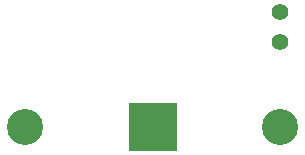
<source format=gbs>
G04 (created by PCBNEW (2013-07-07 BZR 4022)-stable) date 1/28/2014 12:53:12 PM*
%MOIN*%
G04 Gerber Fmt 3.4, Leading zero omitted, Abs format*
%FSLAX34Y34*%
G01*
G70*
G90*
G04 APERTURE LIST*
%ADD10C,0.006*%
%ADD11C,0.055*%
%ADD12R,0.16X0.16*%
%ADD13C,0.12*%
G04 APERTURE END LIST*
G54D10*
G54D11*
X20050Y-10450D03*
X20050Y-11450D03*
G54D12*
X15810Y-14300D03*
G54D13*
X20060Y-14300D03*
X11560Y-14300D03*
M02*

</source>
